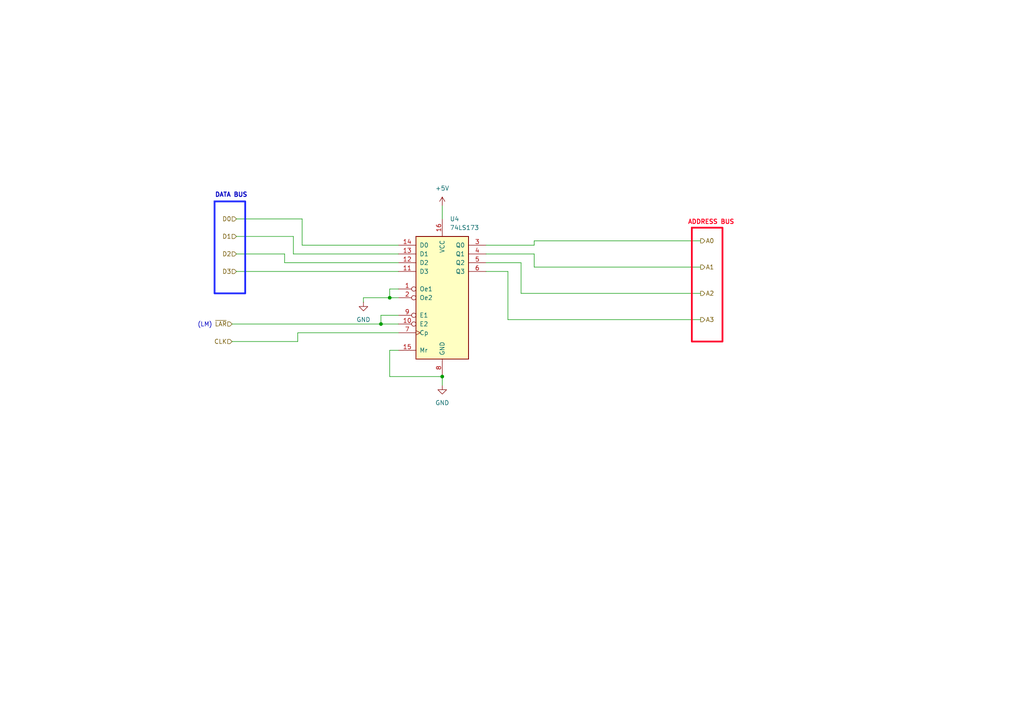
<source format=kicad_sch>
(kicad_sch (version 20231120) (generator "eeschema") (generator_version "8.0")
  (paper "A4")
  (title_block (title "ISAP-1 COMPUTER revision B") (date "2024-11-27") (rev "Version 1") (comment 1 "by Linca Marius Gheorghe") (comment 3 "Address Register"))
  (lib_symbols
    (symbol "74xx:74LS173" (pin_names (offset 1.016))
      (property "Reference" "U" (at -7.62 19.05 0))
      (property "Value" "74LS173" (at -7.62 -19.05 0))
      (symbol "74LS173_1_0"
        (pin input inverted (at -12.7 2.54 0) (length 5.08) (name "Oe1") (number "1"))
        (pin input inverted (at -12.7 -7.62 0) (length 5.08) (name "E2") (number "10"))
        (pin input line (at -12.7 7.62 0) (length 5.08) (name "D3") (number "11"))
        (pin input line (at -12.7 10.16 0) (length 5.08) (name "D2") (number "12"))
        (pin input line (at -12.7 12.7 0) (length 5.08) (name "D1") (number "13"))
        (pin input line (at -12.7 15.24 0) (length 5.08) (name "D0") (number "14"))
        (pin input line (at -12.7 -15.24 0) (length 5.08) (name "Mr") (number "15"))
        (pin power_in line (at 0 22.86 270) (length 5.08) (name "VCC") (number "16"))
        (pin input inverted (at -12.7 0 0) (length 5.08) (name "Oe2") (number "2"))
        (pin tri_state line (at 12.7 15.24 180) (length 5.08) (name "Q0") (number "3"))
        (pin tri_state line (at 12.7 12.7 180) (length 5.08) (name "Q1") (number "4"))
        (pin tri_state line (at 12.7 10.16 180) (length 5.08) (name "Q2") (number "5"))
        (pin tri_state line (at 12.7 7.62 180) (length 5.08) (name "Q3") (number "6"))
        (pin input clock (at -12.7 -10.16 0) (length 5.08) (name "Cp") (number "7"))
        (pin power_in line (at 0 -22.86 90) (length 5.08) (name "GND") (number "8"))
        (pin input inverted (at -12.7 -5.08 0) (length 5.08) (name "E1") (number "9"))
      )
      (symbol "74LS173_1_1"
        (rectangle (start -7.62 17.78) (end 7.62 -17.78) (stroke (width 0.254)) (fill (type background)))
      )
    )
    (symbol "power:+5V" (power) (pin_numbers hide) (pin_names (offset 0) hide)
      (property "Value" "+5V" (at 0 3.556 0))
      (symbol "+5V_0_1"
        (polyline (pts (xy -0.762 1.27) (xy 0 2.54)))
        (polyline (pts (xy 0 0) (xy 0 2.54)))
        (polyline (pts (xy 0 2.54) (xy 0.762 1.27)))
      )
      (symbol "+5V_1_1"
        (pin power_in line (at 0 0 90) (length 0) (name "~") (number "1"))
      )
    )
    (symbol "power:GND" (power) (pin_numbers hide) (pin_names (offset 0) hide)
      (property "Value" "GND" (at 0 -3.81 0))
      (symbol "GND_0_1"
        (polyline (pts (xy 0 0) (xy 0 -1.27) (xy 1.27 -1.27) (xy 0 -2.54) (xy -1.27 -1.27) (xy 0 -1.27)))
      )
      (symbol "GND_1_1"
        (pin power_in line (at 0 0 270) (length 0) (name "~") (number "1"))
      )
    )
  )
  (junction (at 110.49 93.98))
  (junction (at 113.03 86.36))
  (junction (at 128.27 109.22))
  (wire (pts (xy 113.03 83.82) (xy 113.03 86.36)))
  (wire (pts (xy 87.63 71.12) (xy 87.63 63.5)))
  (wire (pts (xy 115.57 86.36) (xy 113.03 86.36)))
  (wire (pts (xy 115.57 91.44) (xy 110.49 91.44)))
  (wire (pts (xy 140.97 73.66) (xy 154.94 73.66)))
  (wire (pts (xy 128.27 59.69) (xy 128.27 63.5)))
  (wire (pts (xy 128.27 109.22) (xy 128.27 111.76)))
  (wire (pts (xy 151.13 76.2) (xy 151.13 85.09)))
  (wire (pts (xy 140.97 76.2) (xy 151.13 76.2)))
  (wire (pts (xy 67.31 93.98) (xy 110.49 93.98)))
  (wire (pts (xy 154.94 73.66) (xy 154.94 77.47)))
  (wire (pts (xy 115.57 73.66) (xy 85.09 73.66)))
  (wire (pts (xy 110.49 91.44) (xy 110.49 93.98)))
  (wire (pts (xy 82.55 76.2) (xy 82.55 73.66)))
  (wire (pts (xy 68.58 68.58) (xy 85.09 68.58)))
  (wire (pts (xy 87.63 63.5) (xy 68.58 63.5)))
  (wire (pts (xy 154.94 69.85) (xy 203.2 69.85)))
  (wire (pts (xy 147.32 78.74) (xy 140.97 78.74)))
  (wire (pts (xy 113.03 101.6) (xy 113.03 109.22)))
  (wire (pts (xy 113.03 109.22) (xy 128.27 109.22)))
  (wire (pts (xy 86.36 99.06) (xy 86.36 96.52)))
  (wire (pts (xy 86.36 96.52) (xy 115.57 96.52)))
  (wire (pts (xy 115.57 83.82) (xy 113.03 83.82)))
  (wire (pts (xy 68.58 78.74) (xy 115.57 78.74)))
  (wire (pts (xy 154.94 71.12) (xy 154.94 69.85)))
  (wire (pts (xy 68.58 73.66) (xy 82.55 73.66)))
  (wire (pts (xy 147.32 92.71) (xy 203.2 92.71)))
  (wire (pts (xy 113.03 86.36) (xy 105.41 86.36)))
  (wire (pts (xy 147.32 78.74) (xy 147.32 92.71)))
  (wire (pts (xy 67.31 99.06) (xy 86.36 99.06)))
  (wire (pts (xy 115.57 76.2) (xy 82.55 76.2)))
  (wire (pts (xy 140.97 71.12) (xy 154.94 71.12)))
  (wire (pts (xy 110.49 93.98) (xy 115.57 93.98)))
  (wire (pts (xy 151.13 85.09) (xy 203.2 85.09)))
  (wire (pts (xy 105.41 86.36) (xy 105.41 87.63)))
  (wire (pts (xy 154.94 77.47) (xy 203.2 77.47)))
  (wire (pts (xy 115.57 101.6) (xy 113.03 101.6)))
  (wire (pts (xy 115.57 71.12) (xy 87.63 71.12)))
  (wire (pts (xy 85.09 73.66) (xy 85.09 68.58)))
  (rectangle (start 200.66 66.04) (end 209.55 99.06) (stroke (width 0.508) (color 255 2 34 1)))
  (rectangle (start 62.23 58.42) (end 71.12 85.09) (stroke (width 0.508) (color 21 31 255 1)))
  (text "DATA BUS" (at 67.056 56.642 0) (effects (font (size 1.27 1.27) (thickness 0.254) (bold yes))))
  (text "ADDRESS BUS" (at 206.248 64.516 0) (effects (font (size 1.27 1.27) (thickness 0.254) (bold yes))))
  (text "(LM)" (at 59.436 94.234 0) (effects (font (size 1.27 1.27))))
  (hierarchical_label "CLK" (shape input) (at 67.31 99.06 180))
  (hierarchical_label "~{LAR}" (shape input) (at 67.31 93.98 180))
  (hierarchical_label "A1" (shape output) (at 203.2 77.47 0))
  (hierarchical_label "D2" (shape input) (at 68.58 73.66 180))
  (hierarchical_label "A0" (shape output) (at 203.2 69.85 0))
  (hierarchical_label "D1" (shape input) (at 68.58 68.58 180))
  (hierarchical_label "A3" (shape output) (at 203.2 92.71 0))
  (hierarchical_label "D3" (shape input) (at 68.58 78.74 180))
  (hierarchical_label "D0" (shape input) (at 68.58 63.5 180))
  (hierarchical_label "A2" (shape output) (at 203.2 85.09 0))
  (symbol (lib_id "74xx:74LS173") (at 128.27 86.36 0) (unit 1)
    (property "Reference" "U4" (at 130.4641 63.5 0) (effects (justify left)))
    (property "Value" "74LS173" (at 130.4641 66.04 0) (effects (justify left)))
    (property "Footprint" "Package_DIP:DIP-16_W7.62mm_LongPads" (effects (hide yes)))
    (property "Datasheet" "http://www.ti.com/lit/gpn/sn74LS173" (effects (hide yes)))
    (property "Description" "4-bit D-type Register, 3 state out" (effects (hide yes)))
  )
  (symbol (lib_id "power:+5V") (at 128.27 59.69 0) (unit 1)
    (property "Reference" "#PWR07" (effects (hide yes)))
    (property "Value" "+5V" (at 128.27 54.61 0))
    (property "Description" "Power symbol creates a global label with name \"+5V\"" (effects (hide yes)))
  )
  (symbol (lib_id "power:GND") (at 105.41 87.63 0) (unit 1)
    (property "Reference" "#PWR09" (effects (hide yes)))
    (property "Value" "GND" (at 105.41 92.71 0))
    (property "Description" "Power symbol creates a global label with name \"GND\" , ground" (effects (hide yes)))
  )
  (symbol (lib_id "power:GND") (at 128.27 111.76 0) (unit 1)
    (property "Reference" "#PWR08" (effects (hide yes)))
    (property "Value" "GND" (at 128.27 116.84 0))
    (property "Description" "Power symbol creates a global label with name \"GND\" , ground" (effects (hide yes)))
  )
)
</source>
